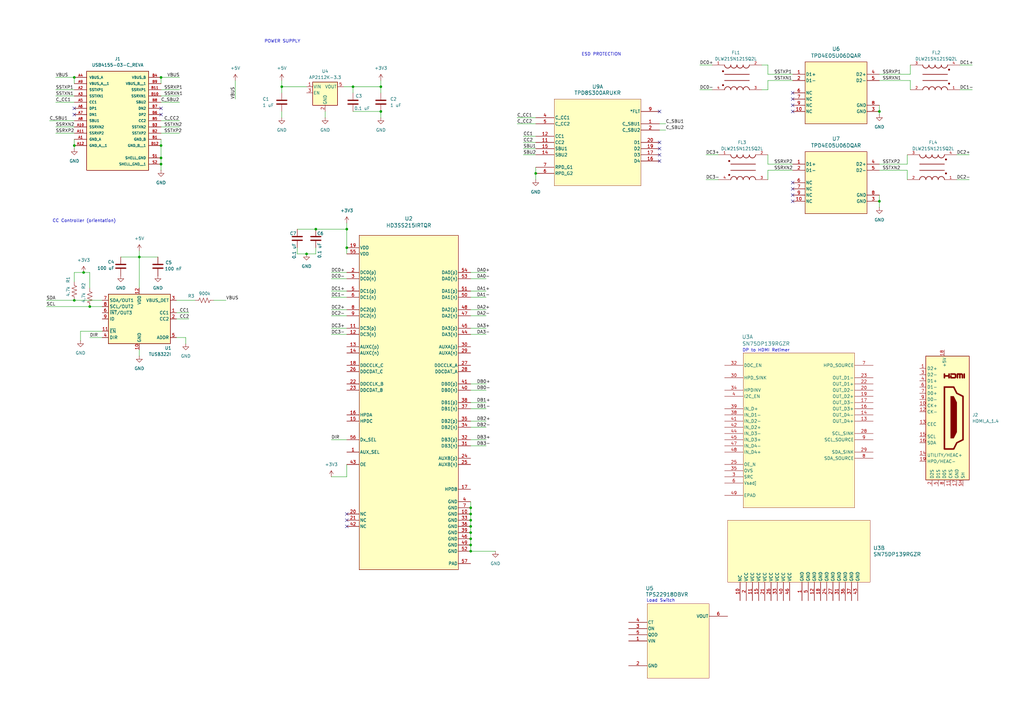
<source format=kicad_sch>
(kicad_sch (version 20250114) (generator "eeschema") (generator_version "9.0")
  (paper "A3")
  (title_block (title "Bifrost") (date "2025-05-17") (rev "0") (company "yashkarthik.com"))
  (lib_symbols
    (symbol "Connector:HDMI_A_1.4"
      (property "Reference" "J" (at -6.35 26.67 0))
      (property "Value" "HDMI_A_1.4" (at 10.16 26.67 0))
      (symbol "HDMI_A_1.4_0_0"
        (polyline (pts (xy 0 16.51) (xy 0 18.034) (xy 0 17.272) (xy 1.905 17.272) (xy 1.905 18.034) (xy 1.905 16.51)) (stroke (width 0.635)))
        (polyline (pts (xy 2.667 18.034) (xy 4.318 18.034) (xy 4.572 17.78) (xy 4.572 16.764) (xy 4.318 16.51) (xy 2.667 16.51) (xy 2.667 17.272)) (stroke (width 0.635)))
        (polyline (pts (xy 8.128 16.51) (xy 8.128 18.034)) (stroke (width 0.635)))
      )
      (symbol "HDMI_A_1.4_0_1"
        (rectangle (start -7.62 25.4) (end 10.16 -25.4) (stroke (width 0.254)) (fill (type background)))
        (polyline (pts (xy 0 12.7) (xy 0 -12.7) (xy 3.81 -12.7) (xy 5.08 -10.16) (xy 7.62 -8.89) (xy 7.62 8.89) (xy 5.08 10.16) (xy 3.81 12.7) (xy 0 12.7)) (stroke (width 0.635)))
        (polyline (pts (xy 2.54 8.89) (xy 3.81 8.89) (xy 5.08 6.35) (xy 5.08 -5.715) (xy 3.81 -8.255) (xy 2.54 -8.255) (xy 2.54 8.89)) (fill (type outline)))
        (polyline (pts (xy 5.334 16.51) (xy 5.334 18.034) (xy 6.35 18.034) (xy 6.35 16.51) (xy 6.35 18.034) (xy 7.112 18.034) (xy 7.366 17.78) (xy 7.366 16.51)) (stroke (width 0.635)))
      )
      (symbol "HDMI_A_1.4_1_1"
        (pin passive line (at -10.16 20.32 0) (length 2.54) (name "D2+") (number "1"))
        (pin passive line (at -10.16 17.78 0) (length 2.54) (name "D2-") (number "3"))
        (pin passive line (at -10.16 15.24 0) (length 2.54) (name "D1+") (number "4"))
        (pin passive line (at -10.16 12.7 0) (length 2.54) (name "D1-") (number "6"))
        (pin passive line (at -10.16 10.16 0) (length 2.54) (name "D0+") (number "7"))
        (pin passive line (at -10.16 7.62 0) (length 2.54) (name "D0-") (number "9"))
        (pin passive line (at -10.16 5.08 0) (length 2.54) (name "CK+") (number "10"))
        (pin passive line (at -10.16 2.54 0) (length 2.54) (name "CK-") (number "12"))
        (pin bidirectional line (at -10.16 -2.54 0) (length 2.54) (name "CEC") (number "13"))
        (pin passive line (at -10.16 -7.62 0) (length 2.54) (name "SCL") (number "15"))
        (pin bidirectional line (at -10.16 -10.16 0) (length 2.54) (name "SDA") (number "16"))
        (pin passive line (at -10.16 -15.24 0) (length 2.54) (name "UTILITY/HEAC+") (number "14"))
        (pin passive line (at -10.16 -17.78 0) (length 2.54) (name "HPD/HEAC-") (number "19"))
        (pin power_in line (at -5.08 -27.94 90) (length 2.54) (name "D2S") (number "2"))
        (pin power_in line (at -2.54 -27.94 90) (length 2.54) (name "D1S") (number "5"))
        (pin power_in line (at 0 27.94 270) (length 2.54) (name "+5V") (number "18"))
        (pin power_in line (at 0 -27.94 90) (length 2.54) (name "D0S") (number "8"))
        (pin power_in line (at 2.54 -27.94 90) (length 2.54) (name "CKS") (number "11"))
        (pin power_in line (at 5.08 -27.94 90) (length 2.54) (name "GND") (number "17"))
        (pin passive line (at 7.62 -27.94 90) (length 2.54) (name "SH") (number "SH"))
      )
    )
    (symbol "DLW21SN121SQ2L:DLW21SN121SQ2L" (pin_names (offset 1.016))
      (property "Reference" "FL" (at -5.08 6.35 0))
      (property "Value" "DLW21SN121SQ2L" (at -5.08 -6.35 0))
      (symbol "DLW21SN121SQ2L_0_0"
        (circle (center -5.715 2.54) (radius 0.2032) (stroke (width 0.4064)))
        (circle (center -5.715 -3.175) (radius 0.2032) (stroke (width 0.4064)))
        (polyline (pts (xy -5.08 -1.27) (xy 5.08 -1.27)) (stroke (width 0.254)))
        (arc (start -2.54 5.08) (mid -3.81 3.8155) (end -5.08 5.08) (stroke (width 0.254)))
        (arc (start -5.08 -5.08) (mid -3.81 -3.8155) (end -2.54 -5.08) (stroke (width 0.254)))
        (arc (start 0 5.08) (mid -1.27 3.8155) (end -2.54 5.08) (stroke (width 0.254)))
        (arc (start -2.54 -5.08) (mid -1.27 -3.8155) (end 0 -5.08) (stroke (width 0.254)))
        (arc (start 2.54 5.08) (mid 1.27 3.8155) (end 0 5.08) (stroke (width 0.254)))
        (arc (start 0 -5.08) (mid 1.27 -3.8155) (end 2.54 -5.08) (stroke (width 0.254)))
        (arc (start 5.08 5.08) (mid 3.81 3.8155) (end 2.54 5.08) (stroke (width 0.254)))
        (arc (start 2.54 -5.08) (mid 3.81 -3.8155) (end 5.08 -5.08) (stroke (width 0.254)))
        (polyline (pts (xy 5.08 1.27) (xy -5.08 1.27)) (stroke (width 0.254)))
        (pin passive line (at -10.16 5.08 0) (length 5.08) (name "~") (number "1"))
        (pin passive line (at -10.16 -5.08 0) (length 5.08) (name "~") (number "4"))
        (pin passive line (at 10.16 5.08 180) (length 5.08) (name "~") (number "2"))
        (pin passive line (at 10.16 -5.08 180) (length 5.08) (name "~") (number "3"))
      )
    )
    (symbol "Device:C" (pin_numbers (hide yes)) (pin_names (offset 0.254))
      (property "Reference" "C" (at 0.635 2.54 0))
      (property "Value" "C" (at 0.635 -2.54 0))
      (symbol "C_0_1"
        (polyline (pts (xy -2.032 0.762) (xy 2.032 0.762)) (stroke (width 0.508)))
        (polyline (pts (xy -2.032 -0.762) (xy 2.032 -0.762)) (stroke (width 0.508)))
      )
      (symbol "C_1_1"
        (pin passive line (at 0 3.81 270) (length 2.794) (name "~") (number "1"))
        (pin passive line (at 0 -3.81 90) (length 2.794) (name "~") (number "2"))
      )
    )
    (symbol "Device:R_US" (pin_numbers (hide yes)) (pin_names (offset 0))
      (property "Reference" "R" (at 2.54 0 90))
      (property "Value" "R_US" (at -2.54 0 90))
      (symbol "R_US_0_1"
        (polyline (pts (xy 0 2.286) (xy 0 2.54)))
        (polyline (pts (xy 0 2.286) (xy 1.016 1.905) (xy 0 1.524) (xy -1.016 1.143) (xy 0 0.762)))
        (polyline (pts (xy 0 0.762) (xy 1.016 0.381) (xy 0 0) (xy -1.016 -0.381) (xy 0 -0.762)))
        (polyline (pts (xy 0 -0.762) (xy 1.016 -1.143) (xy 0 -1.524) (xy -1.016 -1.905) (xy 0 -2.286)))
        (polyline (pts (xy 0 -2.286) (xy 0 -2.54)))
      )
      (symbol "R_US_1_1"
        (pin passive line (at 0 3.81 270) (length 1.27) (name "~") (number "1"))
        (pin passive line (at 0 -3.81 90) (length 1.27) (name "~") (number "2"))
      )
    )
    (symbol "HD3SS215IRTQR:HD3SS215IRTQR" (pin_names (offset 0.254))
      (property "Reference" "U" (at 0 2.54 0))
      (property "Value" "HD3SS215IRTQR" (at 0 0 0))
      (symbol "HD3SS215IRTQR_0_1"
        (rectangle (start -20.32 68.58) (end 20.32 -68.58) (stroke (width 0.2032)) (fill (type background)))
        (pin power_in line (at -25.4 63.5 0) (length 5.08) (name "VDD") (number "19"))
        (pin power_in line (at -25.4 60.96 0) (length 5.08) (name "VDD") (number "55"))
        (pin bidirectional line (at -25.4 53.34 0) (length 5.08) (name "DC0(p)") (number "2"))
        (pin bidirectional line (at -25.4 50.8 0) (length 5.08) (name "DC0(n)") (number "3"))
        (pin bidirectional line (at -25.4 45.72 0) (length 5.08) (name "DC1(p)") (number "5"))
        (pin bidirectional line (at -25.4 43.18 0) (length 5.08) (name "DC1(n)") (number "6"))
        (pin bidirectional line (at -25.4 38.1 0) (length 5.08) (name "DC2(p)") (number "8"))
        (pin bidirectional line (at -25.4 35.56 0) (length 5.08) (name "DC2(n)") (number "9"))
        (pin bidirectional line (at -25.4 30.48 0) (length 5.08) (name "DC3(p)") (number "11"))
        (pin bidirectional line (at -25.4 27.94 0) (length 5.08) (name "DC3(n)") (number "12"))
        (pin bidirectional line (at -25.4 22.86 0) (length 5.08) (name "AUXC(p)") (number "13"))
        (pin bidirectional line (at -25.4 20.32 0) (length 5.08) (name "AUXC(n)") (number "14"))
        (pin bidirectional line (at -25.4 15.24 0) (length 5.08) (name "DDCCLK_C") (number "18"))
        (pin bidirectional line (at -25.4 12.7 0) (length 5.08) (name "DDCDAT_C") (number "26"))
        (pin bidirectional line (at -25.4 7.62 0) (length 5.08) (name "DDCCLK_B") (number "22"))
        (pin bidirectional line (at -25.4 5.08 0) (length 5.08) (name "DDCDAT_B") (number "23"))
        (pin bidirectional line (at -25.4 -5.08 0) (length 5.08) (name "HPDA") (number "16"))
        (pin bidirectional line (at -25.4 -7.62 0) (length 5.08) (name "HPDC") (number "15"))
        (pin input line (at -25.4 -15.24 0) (length 5.08) (name "Dx_SEL") (number "56"))
        (pin input line (at -25.4 -20.32 0) (length 5.08) (name "AUX_SEL") (number "1"))
        (pin input line (at -25.4 -25.4 0) (length 5.08) (name "OE") (number "43"))
        (pin unspecified line (at -25.4 -45.72 0) (length 5.08) (name "NC") (number "20"))
        (pin unspecified line (at -25.4 -48.26 0) (length 5.08) (name "NC") (number "21"))
        (pin unspecified line (at -25.4 -50.8 0) (length 5.08) (name "NC") (number "42"))
        (pin bidirectional line (at 25.4 53.34 180) (length 5.08) (name "DA0(p)") (number "54"))
        (pin bidirectional line (at 25.4 50.8 180) (length 5.08) (name "DA0(n)") (number "53"))
        (pin bidirectional line (at 25.4 45.72 180) (length 5.08) (name "DA1(p)") (number "51"))
        (pin bidirectional line (at 25.4 43.18 180) (length 5.08) (name "DA1(n)") (number "50"))
        (pin bidirectional line (at 25.4 38.1 180) (length 5.08) (name "DA2(p)") (number "48"))
        (pin bidirectional line (at 25.4 35.56 180) (length 5.08) (name "DA2(n)") (number "47"))
        (pin bidirectional line (at 25.4 30.48 180) (length 5.08) (name "DA3(p)") (number "45"))
        (pin bidirectional line (at 25.4 27.94 180) (length 5.08) (name "DA3(n)") (number "44"))
        (pin bidirectional line (at 25.4 22.86 180) (length 5.08) (name "AUXA(p)") (number "30"))
        (pin bidirectional line (at 25.4 20.32 180) (length 5.08) (name "AUXA(n)") (number "29"))
        (pin bidirectional line (at 25.4 15.24 180) (length 5.08) (name "DDCCLK_A") (number "27"))
        (pin bidirectional line (at 25.4 12.7 180) (length 5.08) (name "DDCDAT_A") (number "28"))
        (pin bidirectional line (at 25.4 7.62 180) (length 5.08) (name "DB0(p)") (number "41"))
        (pin bidirectional line (at 25.4 5.08 180) (length 5.08) (name "DB0(n)") (number "40"))
        (pin bidirectional line (at 25.4 0 180) (length 5.08) (name "DB1(p)") (number "38"))
        (pin bidirectional line (at 25.4 -2.54 180) (length 5.08) (name "DB1(n)") (number "37"))
        (pin bidirectional line (at 25.4 -7.62 180) (length 5.08) (name "DB2(p)") (number "35"))
        (pin bidirectional line (at 25.4 -10.16 180) (length 5.08) (name "DB2(n)") (number "34"))
        (pin bidirectional line (at 25.4 -15.24 180) (length 5.08) (name "DB3(p)") (number "32"))
        (pin bidirectional line (at 25.4 -17.78 180) (length 5.08) (name "DB3(n)") (number "31"))
        (pin bidirectional line (at 25.4 -22.86 180) (length 5.08) (name "AUXB(p)") (number "24"))
        (pin bidirectional line (at 25.4 -25.4 180) (length 5.08) (name "AUXB(n)") (number "25"))
        (pin bidirectional line (at 25.4 -35.56 180) (length 5.08) (name "HPDB") (number "17"))
        (pin power_in line (at 25.4 -40.64 180) (length 5.08) (name "GND") (number "4"))
        (pin power_in line (at 25.4 -43.18 180) (length 5.08) (name "GND") (number "7"))
        (pin power_in line (at 25.4 -45.72 180) (length 5.08) (name "GND") (number "10"))
        (pin power_in line (at 25.4 -48.26 180) (length 5.08) (name "GND") (number "33"))
        (pin power_in line (at 25.4 -50.8 180) (length 5.08) (name "GND") (number "36"))
        (pin power_in line (at 25.4 -53.34 180) (length 5.08) (name "GND") (number "39"))
        (pin power_in line (at 25.4 -55.88 180) (length 5.08) (name "GND") (number "46"))
        (pin power_in line (at 25.4 -58.42 180) (length 5.08) (name "GND") (number "49"))
        (pin power_in line (at 25.4 -60.96 180) (length 5.08) (name "GND") (number "52"))
        (pin power_in line (at 25.4 -66.04 180) (length 5.08) (name "PAD") (number "57"))
      )
    )
    (symbol "Interface_USB:TUSB322I"
      (property "Reference" "U" (at -11.43 11.43 0))
      (property "Value" "TUSB322I" (at 7.62 11.43 0))
      (symbol "TUSB322I_1_1"
        (rectangle (start -12.7 10.16) (end 12.7 -10.16) (stroke (width 0.254)) (fill (type background)))
        (pin bidirectional line (at -15.24 7.62 0) (length 2.54) (name "SDA/OUT1") (number "7"))
        (pin bidirectional line (at -15.24 5.08 0) (length 2.54) (name "SCL/OUT2") (number "8"))
        (pin open_collector line (at -15.24 2.54 0) (length 2.54) (name "~{INT}/OUT3") (number "6"))
        (pin open_collector line (at -15.24 0 0) (length 2.54) (name "ID") (number "9"))
        (pin input line (at -15.24 -5.08 0) (length 2.54) (name "~{EN}") (number "11"))
        (pin open_collector line (at -15.24 -7.62 0) (length 2.54) (name "DIR") (number "4"))
        (pin power_in line (at 0 12.7 270) (length 2.54) (name "VDD") (number "12"))
        (pin power_in line (at 0 -12.7 90) (length 2.54) (name "GND") (number "10"))
        (pin input line (at 15.24 7.62 180) (length 2.54) (name "VBUS_DET") (number "3"))
        (pin bidirectional line (at 15.24 2.54 180) (length 2.54) (name "CC1") (number "1"))
        (pin bidirectional line (at 15.24 0 180) (length 2.54) (name "CC2") (number "2"))
        (pin input line (at 15.24 -7.62 180) (length 2.54) (name "ADDR") (number "5"))
      )
    )
    (symbol "Regulator_Linear:AP2112K-3.3" (pin_names (offset 0.254))
      (property "Reference" "U" (at -5.08 5.715 0))
      (property "Value" "AP2112K-3.3" (at 0 5.715 0))
      (symbol "AP2112K-3.3_0_1"
        (rectangle (start -5.08 4.445) (end 5.08 -5.08) (stroke (width 0.254)) (fill (type background)))
      )
      (symbol "AP2112K-3.3_1_1"
        (pin power_in line (at -7.62 2.54 0) (length 2.54) (name "VIN") (number "1"))
        (pin input line (at -7.62 0 0) (length 2.54) (name "EN") (number "3"))
        (pin power_in line (at 0 -7.62 90) (length 2.54) (name "GND") (number "2"))
        (pin no_connect line (at 5.08 0 180) (length 2.54) (hide yes) (name "NC") (number "4"))
        (pin power_out line (at 7.62 2.54 180) (length 2.54) (name "VOUT") (number "5"))
      )
    )
    (symbol "SN75DP139RGZR:SN75DP139RGZR" (pin_names (offset 0.254))
      (property "Reference" "U" (at 30.48 10.16 0))
      (property "Value" "SN75DP139RGZR" (at 30.48 7.62 0))
      (symbol "SN75DP139RGZR_1_1"
        (rectangle (start 7.62 5.08) (end 53.34 -58.42) (stroke (width 0.127)) (fill (type background)))
        (pin input line (at 0 0 0) (length 7.62) (name "DDC_EN") (number "32"))
        (pin input line (at 0 -5.08 0) (length 7.62) (name "HPD_SINK") (number "30"))
        (pin input line (at 0 -10.16 0) (length 7.62) (name "HPDINV") (number "34"))
        (pin input line (at 0 -12.7 0) (length 7.62) (name "I2C_EN") (number "4"))
        (pin input line (at 0 -17.78 0) (length 7.62) (name "IN_D+") (number "39"))
        (pin input line (at 0 -20.32 0) (length 7.62) (name "IN_D1-") (number "38"))
        (pin input line (at 0 -22.86 0) (length 7.62) (name "IN_D2-") (number "41"))
        (pin input line (at 0 -25.4 0) (length 7.62) (name "IN_D2+") (number "42"))
        (pin input line (at 0 -27.94 0) (length 7.62) (name "IN_D3-") (number "44"))
        (pin input line (at 0 -30.48 0) (length 7.62) (name "IN_D3+") (number "45"))
        (pin input line (at 0 -33.02 0) (length 7.62) (name "IN_D4-") (number "47"))
        (pin input line (at 0 -35.56 0) (length 7.62) (name "IN_D4+") (number "48"))
        (pin input line (at 0 -40.64 0) (length 7.62) (name "OE_N") (number "25"))
        (pin input line (at 0 -43.18 0) (length 7.62) (name "OVS") (number "35"))
        (pin input line (at 0 -45.72 0) (length 7.62) (name "SRC") (number "3"))
        (pin input line (at 0 -48.26 0) (length 7.62) (name "Vsadj") (number "6"))
        (pin unspecified line (at 0 -53.34 0) (length 7.62) (name "EPAD") (number "49"))
        (pin output line (at 60.96 0 180) (length 7.62) (name "HPD_SOURCE") (number "7"))
        (pin output line (at 60.96 -5.08 180) (length 7.62) (name "OUT_D1-") (number "23"))
        (pin output line (at 60.96 -7.62 180) (length 7.62) (name "OUT_D1+") (number "22"))
        (pin output line (at 60.96 -10.16 180) (length 7.62) (name "OUT_D2-") (number "20"))
        (pin output line (at 60.96 -12.7 180) (length 7.62) (name "OUT_D2+") (number "19"))
        (pin output line (at 60.96 -15.24 180) (length 7.62) (name "OUT_D3-") (number "17"))
        (pin output line (at 60.96 -17.78 180) (length 7.62) (name "OUT_D3+") (number "16"))
        (pin output line (at 60.96 -20.32 180) (length 7.62) (name "OUT_D4-") (number "14"))
        (pin output line (at 60.96 -22.86 180) (length 7.62) (name "OUT_D4+") (number "13"))
        (pin unspecified line (at 60.96 -27.94 180) (length 7.62) (name "SCL_SINK") (number "28"))
        (pin unspecified line (at 60.96 -30.48 180) (length 7.62) (name "SCL_SOURCE") (number "9"))
        (pin unspecified line (at 60.96 -35.56 180) (length 7.62) (name "SDA_SINK") (number "29"))
        (pin unspecified line (at 60.96 -38.1 180) (length 7.62) (name "SDA_SOURCE") (number "8"))
      )
      (symbol "SN75DP139RGZR_2_1"
        (rectangle (start 7.62 5.08) (end 33.02 -53.34) (stroke (width 0.127)) (fill (type background)))
        (pin unspecified line (at 0 0 0) (length 7.62) (name "NC") (number "10"))
        (pin power_in line (at 0 -2.54 0) (length 7.62) (name "VCC") (number "2"))
        (pin power_in line (at 0 -5.08 0) (length 7.62) (name "VCC") (number "11"))
        (pin power_in line (at 0 -7.62 0) (length 7.62) (name "VCC") (number "15"))
        (pin power_in line (at 0 -10.16 0) (length 7.62) (name "VCC") (number "21"))
        (pin power_in line (at 0 -12.7 0) (length 7.62) (name "VCC") (number "26"))
        (pin power_in line (at 0 -15.24 0) (length 7.62) (name "VCC") (number "33"))
        (pin power_in line (at 0 -17.78 0) (length 7.62) (name "VCC") (number "40"))
        (pin power_in line (at 0 -20.32 0) (length 7.62) (name "VCC") (number "46"))
        (pin power_in line (at 0 -25.4 0) (length 7.62) (name "GND") (number "1"))
        (pin power_in line (at 0 -27.94 0) (length 7.62) (name "GND") (number "5"))
        (pin power_in line (at 0 -30.48 0) (length 7.62) (name "GND") (number "12"))
        (pin power_in line (at 0 -33.02 0) (length 7.62) (name "GND") (number "18"))
        (pin power_in line (at 0 -35.56 0) (length 7.62) (name "GND") (number "24"))
        (pin power_in line (at 0 -38.1 0) (length 7.62) (name "GND") (number "27"))
        (pin power_in line (at 0 -40.64 0) (length 7.62) (name "GND") (number "31"))
        (pin power_in line (at 0 -43.18 0) (length 7.62) (name "GND") (number "36"))
        (pin power_in line (at 0 -45.72 0) (length 7.62) (name "GND") (number "37"))
        (pin power_in line (at 0 -48.26 0) (length 7.62) (name "GND") (number "43"))
      )
    )
    (symbol "TPD4E05U06DQAR:TPD4E05U06DQAR" (pin_names (offset 0.254))
      (property "Reference" "U" (at 0 2.54 0))
      (property "Value" "TPD4E05U06DQAR" (at 0 0 0))
      (symbol "TPD4E05U06DQAR_0_1"
        (rectangle (start -12.7 12.7) (end 12.7 -12.7) (stroke (width 0.2032)) (fill (type background)))
        (pin bidirectional line (at -17.78 7.62 0) (length 5.08) (name "D1+") (number "1"))
        (pin bidirectional line (at -17.78 5.08 0) (length 5.08) (name "D1-") (number "2"))
        (pin unspecified line (at -17.78 0 0) (length 5.08) (name "NC") (number "6"))
        (pin unspecified line (at -17.78 -2.54 0) (length 5.08) (name "NC") (number "7"))
        (pin unspecified line (at -17.78 -5.08 0) (length 5.08) (name "NC") (number "9"))
        (pin unspecified line (at -17.78 -7.62 0) (length 5.08) (name "NC") (number "10"))
        (pin bidirectional line (at 17.78 7.62 180) (length 5.08) (name "D2+") (number "4"))
        (pin bidirectional line (at 17.78 5.08 180) (length 5.08) (name "D2-") (number "5"))
        (pin power_in line (at 17.78 -5.08 180) (length 5.08) (name "GND") (number "8"))
        (pin power_in line (at 17.78 -7.62 180) (length 5.08) (name "GND") (number "3"))
      )
    )
    (symbol "TPD8S300ARUKR:TPD8S300ARUKR" (pin_names (offset 0.254))
      (property "Reference" "U" (at 25.4 12.7 0))
      (property "Value" "TPD8S300ARUKR" (at 25.4 10.16 0))
      (symbol "TPD8S300ARUKR_1_1"
        (rectangle (start 7.62 7.62) (end 43.18 -27.94) (stroke (width 0.127)) (fill (type background)))
        (pin bidirectional line (at 0 0 0) (length 7.62) (name "C_CC1") (number "4"))
        (pin bidirectional line (at 0 -2.54 0) (length 7.62) (name "C_CC2") (number "5"))
        (pin bidirectional line (at 0 -7.62 0) (length 7.62) (name "CC1") (number "12"))
        (pin bidirectional line (at 0 -10.16 0) (length 7.62) (name "CC2") (number "11"))
        (pin bidirectional line (at 0 -12.7 0) (length 7.62) (name "SBU1") (number "15"))
        (pin bidirectional line (at 0 -15.24 0) (length 7.62) (name "SBU2") (number "14"))
        (pin bidirectional line (at 0 -20.32 0) (length 7.62) (name "RPD_G1") (number "7"))
        (pin bidirectional line (at 0 -22.86 0) (length 7.62) (name "RPD_G2") (number "6"))
        (pin output line (at 50.8 2.54 180) (length 7.62) (name "*FLT") (number "9"))
        (pin bidirectional line (at 50.8 -2.54 180) (length 7.62) (name "C_SBU1") (number "1"))
        (pin bidirectional line (at 50.8 -5.08 180) (length 7.62) (name "C_SBU2") (number "2"))
        (pin bidirectional line (at 50.8 -10.16 180) (length 7.62) (name "D1") (number "20"))
        (pin bidirectional line (at 50.8 -12.7 180) (length 7.62) (name "D2") (number "19"))
        (pin bidirectional line (at 50.8 -15.24 180) (length 7.62) (name "D3") (number "17"))
        (pin bidirectional line (at 50.8 -17.78 180) (length 7.62) (name "D4") (number "16"))
      )
      (symbol "TPD8S300ARUKR_2_1"
        (polyline (pts (xy 7.62 5.08) (xy 7.62 -20.32)) (stroke (width 0.127)))
        (polyline (pts (xy 7.62 -20.32) (xy 33.02 -20.32)) (stroke (width 0.127)))
        (polyline (pts (xy 33.02 5.08) (xy 7.62 5.08)) (stroke (width 0.127)))
        (polyline (pts (xy 33.02 -20.32) (xy 33.02 5.08)) (stroke (width 0.127)))
        (pin power_in line (at 0 0 0) (length 7.62) (name "VBIAS") (number "3"))
        (pin power_in line (at 0 -2.54 0) (length 7.62) (name "VPWR") (number "10"))
        (pin power_out line (at 0 -7.62 0) (length 7.62) (name "GND") (number "8"))
        (pin power_out line (at 0 -10.16 0) (length 7.62) (name "GND") (number "13"))
        (pin power_out line (at 0 -12.7 0) (length 7.62) (name "GND") (number "18"))
        (pin power_out line (at 0 -15.24 0) (length 7.62) (name "GND") (number "21"))
      )
    )
    (symbol "TPS22918DBVR:TPS22918DBVR" (pin_names (offset 0.254))
      (property "Reference" "U" (at 20.32 12.7 0))
      (property "Value" "TPS22918DBVR" (at 20.32 10.16 0))
      (symbol "TPS22918DBVR_0_1"
        (rectangle (start 7.62 7.62) (end 33.02 -22.86) (stroke (width 0.127)) (fill (type background)))
        (pin unspecified line (at 0 0 0) (length 7.62) (name "CT") (number "4"))
        (pin unspecified line (at 0 -2.54 0) (length 7.62) (name "ON") (number "3"))
        (pin unspecified line (at 0 -5.08 0) (length 7.62) (name "QOD") (number "5"))
        (pin unspecified line (at 0 -7.62 0) (length 7.62) (name "VIN") (number "1"))
        (pin power_out line (at 0 -17.78 0) (length 7.62) (name "GND") (number "2"))
        (pin output line (at 40.64 2.54 180) (length 7.62) (name "VOUT") (number "6"))
      )
    )
    (symbol "USB-3-C-MALE:USB4155-03-C_REVA" (pin_names (offset 1.016))
      (property "Reference" "J" (at -12.7 16.002 0))
      (property "Value" "USB4155-03-C_REVA" (at -12.7 -26.162 0))
      (symbol "USB4155-03-C_REVA_0_0"
        (rectangle (start -12.7 -25.4) (end 12.7 15.24) (stroke (width 0.254)) (fill (type background)))
        (pin power_in line (at -17.78 12.7 0) (length 5.08) (name "VBUS_A") (number "A4"))
        (pin power_in line (at -17.78 10.16 0) (length 5.08) (name "VBUS_A__1") (number "A9"))
        (pin bidirectional line (at -17.78 7.62 0) (length 5.08) (name "SSTXP1") (number "A2"))
        (pin bidirectional line (at -17.78 5.08 0) (length 5.08) (name "SSTXN1") (number "A3"))
        (pin bidirectional line (at -17.78 2.54 0) (length 5.08) (name "CC1") (number "A5"))
        (pin bidirectional line (at -17.78 0 0) (length 5.08) (name "DP1") (number "A6"))
        (pin bidirectional line (at -17.78 -2.54 0) (length 5.08) (name "DN1") (number "A7"))
        (pin bidirectional line (at -17.78 -5.08 0) (length 5.08) (name "SBU1") (number "A8"))
        (pin bidirectional line (at -17.78 -7.62 0) (length 5.08) (name "SSRXN2") (number "A10"))
        (pin bidirectional line (at -17.78 -10.16 0) (length 5.08) (name "SSRXP2") (number "A11"))
        (pin power_in line (at -17.78 -12.7 0) (length 5.08) (name "GND_A") (number "A1"))
        (pin power_in line (at -17.78 -15.24 0) (length 5.08) (name "GND_A__1") (number "A12"))
        (pin power_in line (at 17.78 12.7 180) (length 5.08) (name "VBUS_B") (number "B4"))
        (pin power_in line (at 17.78 10.16 180) (length 5.08) (name "VBUS_B__1") (number "B9"))
        (pin bidirectional line (at 17.78 7.62 180) (length 5.08) (name "SSRXP1") (number "B11"))
        (pin bidirectional line (at 17.78 5.08 180) (length 5.08) (name "SSRXN1") (number "B10"))
        (pin bidirectional line (at 17.78 2.54 180) (length 5.08) (name "SBU2") (number "B8"))
        (pin bidirectional line (at 17.78 0 180) (length 5.08) (name "DN2") (number "B7"))
        (pin bidirectional line (at 17.78 -2.54 180) (length 5.08) (name "DP2") (number "B6"))
        (pin bidirectional line (at 17.78 -5.08 180) (length 5.08) (name "CC2") (number "B5"))
        (pin bidirectional line (at 17.78 -7.62 180) (length 5.08) (name "SSTXN2") (number "B3"))
        (pin bidirectional line (at 17.78 -10.16 180) (length 5.08) (name "SSTXP2") (number "B2"))
        (pin power_in line (at 17.78 -12.7 180) (length 5.08) (name "GND_B") (number "B1"))
        (pin power_in line (at 17.78 -15.24 180) (length 5.08) (name "GND_B__1") (number "B12"))
        (pin power_in line (at 17.78 -20.32 180) (length 5.08) (name "SHELL_GND") (number "S1"))
        (pin power_in line (at 17.78 -22.86 180) (length 5.08) (name "SHELL_GND__1") (number "S2"))
      )
    )
    (symbol "power:+3V3" (power) (pin_numbers (hide yes)) (pin_names (offset 0) (hide yes))
      (property "Value" "+3V3" (at 0 3.556 0))
      (symbol "+3V3_0_1"
        (polyline (pts (xy -0.762 1.27) (xy 0 2.54)))
        (polyline (pts (xy 0 2.54) (xy 0.762 1.27)))
        (polyline (pts (xy 0 0) (xy 0 2.54)))
      )
      (symbol "+3V3_1_1"
        (pin power_in line (at 0 0 90) (length 0) (name "~") (number "1"))
      )
    )
    (symbol "power:+5V" (power) (pin_numbers (hide yes)) (pin_names (offset 0) (hide yes))
      (property "Value" "+5V" (at 0 3.556 0))
      (symbol "+5V_0_1"
        (polyline (pts (xy -0.762 1.27) (xy 0 2.54)))
        (polyline (pts (xy 0 2.54) (xy 0.762 1.27)))
        (polyline (pts (xy 0 0) (xy 0 2.54)))
      )
      (symbol "+5V_1_1"
        (pin power_in line (at 0 0 90) (length 0) (name "~") (number "1"))
      )
    )
    (symbol "power:GND" (power) (pin_numbers (hide yes)) (pin_names (offset 0) (hide yes))
      (property "Value" "GND" (at 0 -3.81 0))
      (symbol "GND_0_1"
        (polyline (pts (xy 0 0) (xy 0 -1.27) (xy 1.27 -1.27) (xy 0 -2.54) (xy -1.27 -1.27) (xy 0 -1.27)))
      )
      (symbol "GND_1_1"
        (pin power_in line (at 0 0 270) (length 0) (name "~") (number "1"))
      )
    )
  )
  (text "Load Switch" (at 271.018 246.38 0) (effects (font (size 1.27 1.27))))
  (text "CC Controller (orientation)" (at 34.544 90.678 0) (effects (font (size 1.27 1.27))))
  (text "ESD PROTECTION" (at 246.634 22.352 0) (effects (font (size 1.27 1.27))))
  (text "DP to HDMI Retimer" (at 314.198 143.764 0) (effects (font (size 1.27 1.27))))
  (text "POWER SUPPLY" (at 115.824 17.018 0) (effects (font (size 1.27 1.27))))
  (junction (at 57.15 105.41))
  (junction (at 193.04 213.36))
  (junction (at 66.04 67.31))
  (junction (at 36.83 125.73))
  (junction (at 115.57 35.56))
  (junction (at 66.04 31.75))
  (junction (at 129.54 93.98))
  (junction (at 144.78 35.56))
  (junction (at 219.71 71.12))
  (junction (at 193.04 218.44))
  (junction (at 193.04 226.06))
  (junction (at 142.24 93.98))
  (junction (at 30.48 123.19))
  (junction (at 156.21 35.56))
  (junction (at 193.04 215.9))
  (junction (at 193.04 208.28))
  (junction (at 30.48 31.75))
  (junction (at 66.04 64.77))
  (junction (at 34.29 111.76))
  (junction (at 30.48 59.69))
  (junction (at 193.04 220.98))
  (junction (at 360.68 82.55))
  (junction (at 360.68 45.72))
  (junction (at 66.04 59.69))
  (junction (at 193.04 223.52))
  (junction (at 142.24 101.6))
  (junction (at 125.73 104.14))
  (junction (at 193.04 210.82))
  (junction (at 156.21 45.72))
  (no_connect (at 325.12 45.72))
  (no_connect (at 270.51 63.5))
  (no_connect (at 270.51 60.96))
  (no_connect (at 325.12 80.01))
  (no_connect (at 142.24 213.36))
  (no_connect (at 325.12 77.47))
  (no_connect (at 325.12 43.18))
  (no_connect (at 30.48 44.45))
  (no_connect (at 142.24 210.82))
  (no_connect (at 325.12 74.93))
  (no_connect (at 270.51 66.04))
  (no_connect (at 270.51 45.72))
  (no_connect (at 325.12 38.1))
  (no_connect (at 325.12 40.64))
  (no_connect (at 66.04 44.45))
  (no_connect (at 270.51 58.42))
  (no_connect (at 30.48 46.99))
  (no_connect (at 66.04 46.99))
  (no_connect (at 142.24 215.9))
  (no_connect (at 325.12 82.55))
  (wire (pts (xy 66.04 54.61) (xy 73.66 54.61)))
  (wire (pts (xy 30.48 31.75) (xy 30.48 34.29)))
  (wire (pts (xy 22.86 31.75) (xy 30.48 31.75)))
  (wire (pts (xy 193.04 175.26) (xy 199.39 175.26)))
  (wire (pts (xy 314.96 67.31) (xy 325.12 67.31)))
  (wire (pts (xy 30.48 111.76) (xy 34.29 111.76)))
  (wire (pts (xy 393.7 26.67) (xy 398.78 26.67)))
  (wire (pts (xy 22.86 36.83) (xy 30.48 36.83)))
  (wire (pts (xy 121.92 104.14) (xy 125.73 104.14)))
  (wire (pts (xy 66.04 41.91) (xy 73.66 41.91)))
  (wire (pts (xy 96.52 33.02) (xy 96.52 40.64)))
  (wire (pts (xy 142.24 93.98) (xy 142.24 101.6)))
  (wire (pts (xy 193.04 213.36) (xy 193.04 215.9)))
  (wire (pts (xy 193.04 220.98) (xy 193.04 223.52)))
  (wire (pts (xy 312.42 36.83) (xy 314.96 36.83)))
  (wire (pts (xy 193.04 218.44) (xy 193.04 220.98)))
  (wire (pts (xy 360.68 82.55) (xy 360.68 85.09)))
  (wire (pts (xy 22.86 39.37) (xy 30.48 39.37)))
  (wire (pts (xy 66.04 57.15) (xy 66.04 59.69)))
  (wire (pts (xy 22.86 52.07) (xy 30.48 52.07)))
  (wire (pts (xy 66.04 64.77) (xy 66.04 67.31)))
  (wire (pts (xy 360.68 33.02) (xy 373.38 33.02)))
  (wire (pts (xy 193.04 215.9) (xy 193.04 218.44)))
  (wire (pts (xy 287.02 26.67) (xy 292.1 26.67)))
  (wire (pts (xy 72.39 138.43) (xy 76.2 138.43)))
  (wire (pts (xy 115.57 35.56) (xy 115.57 38.1)))
  (wire (pts (xy 66.04 39.37) (xy 73.66 39.37)))
  (wire (pts (xy 135.89 121.92) (xy 142.24 121.92)))
  (wire (pts (xy 193.04 129.54) (xy 199.39 129.54)))
  (wire (pts (xy 66.04 67.31) (xy 66.04 69.85)))
  (wire (pts (xy 392.43 73.66) (xy 397.51 73.66)))
  (wire (pts (xy 392.43 63.5) (xy 397.51 63.5)))
  (wire (pts (xy 314.96 69.85) (xy 325.12 69.85)))
  (wire (pts (xy 156.21 45.72) (xy 156.21 48.26)))
  (wire (pts (xy 66.04 31.75) (xy 66.04 34.29)))
  (wire (pts (xy 72.39 123.19) (xy 80.01 123.19)))
  (wire (pts (xy 193.04 182.88) (xy 199.39 182.88)))
  (wire (pts (xy 66.04 31.75) (xy 73.66 31.75)))
  (wire (pts (xy 219.71 71.12) (xy 219.71 73.66)))
  (wire (pts (xy 156.21 35.56) (xy 156.21 38.1)))
  (wire (pts (xy 30.48 57.15) (xy 30.48 59.69)))
  (wire (pts (xy 193.04 180.34) (xy 199.39 180.34)))
  (wire (pts (xy 72.39 128.27) (xy 77.47 128.27)))
  (wire (pts (xy 193.04 119.38) (xy 199.39 119.38)))
  (wire (pts (xy 193.04 134.62) (xy 199.39 134.62)))
  (wire (pts (xy 193.04 208.28) (xy 193.04 210.82)))
  (wire (pts (xy 142.24 195.58) (xy 142.24 190.5)))
  (wire (pts (xy 372.11 73.66) (xy 372.11 69.85)))
  (wire (pts (xy 49.53 105.41) (xy 57.15 105.41)))
  (wire (pts (xy 129.54 93.98) (xy 142.24 93.98)))
  (wire (pts (xy 135.89 137.16) (xy 142.24 137.16)))
  (wire (pts (xy 314.96 63.5) (xy 314.96 67.31)))
  (wire (pts (xy 142.24 91.44) (xy 142.24 93.98)))
  (wire (pts (xy 193.04 111.76) (xy 199.39 111.76)))
  (wire (pts (xy 140.97 35.56) (xy 144.78 35.56)))
  (wire (pts (xy 133.35 45.72) (xy 133.35 48.26)))
  (wire (pts (xy 193.04 205.74) (xy 193.04 208.28)))
  (wire (pts (xy 214.63 55.88) (xy 219.71 55.88)))
  (wire (pts (xy 129.54 104.14) (xy 125.73 104.14)))
  (wire (pts (xy 314.96 26.67) (xy 314.96 30.48)))
  (wire (pts (xy 66.04 52.07) (xy 73.66 52.07)))
  (wire (pts (xy 193.04 165.1) (xy 199.39 165.1)))
  (wire (pts (xy 193.04 127) (xy 199.39 127)))
  (wire (pts (xy 314.96 36.83) (xy 314.96 33.02)))
  (wire (pts (xy 33.02 135.89) (xy 33.02 139.7)))
  (wire (pts (xy 287.02 36.83) (xy 292.1 36.83)))
  (wire (pts (xy 66.04 59.69) (xy 66.04 64.77)))
  (wire (pts (xy 312.42 26.67) (xy 314.96 26.67)))
  (wire (pts (xy 193.04 160.02) (xy 199.39 160.02)))
  (wire (pts (xy 66.04 36.83) (xy 73.66 36.83)))
  (wire (pts (xy 19.05 123.19) (xy 30.48 123.19)))
  (wire (pts (xy 135.89 195.58) (xy 142.24 195.58)))
  (wire (pts (xy 212.09 50.8) (xy 219.71 50.8)))
  (wire (pts (xy 57.15 143.51) (xy 57.15 146.05)))
  (wire (pts (xy 289.56 63.5) (xy 294.64 63.5)))
  (wire (pts (xy 270.51 50.8) (xy 273.05 50.8)))
  (wire (pts (xy 34.29 111.76) (xy 36.83 111.76)))
  (wire (pts (xy 314.96 73.66) (xy 314.96 69.85)))
  (wire (pts (xy 135.89 127) (xy 142.24 127)))
  (wire (pts (xy 129.54 101.6) (xy 129.54 104.14)))
  (wire (pts (xy 72.39 130.81) (xy 77.47 130.81)))
  (wire (pts (xy 360.68 43.18) (xy 360.68 45.72)))
  (wire (pts (xy 193.04 157.48) (xy 199.39 157.48)))
  (wire (pts (xy 193.04 114.3) (xy 199.39 114.3)))
  (wire (pts (xy 115.57 33.02) (xy 115.57 35.56)))
  (wire (pts (xy 36.83 138.43) (xy 41.91 138.43)))
  (wire (pts (xy 360.68 69.85) (xy 372.11 69.85)))
  (wire (pts (xy 87.63 123.19) (xy 92.71 123.19)))
  (wire (pts (xy 144.78 35.56) (xy 144.78 38.1)))
  (wire (pts (xy 212.09 48.26) (xy 219.71 48.26)))
  (wire (pts (xy 135.89 119.38) (xy 142.24 119.38)))
  (wire (pts (xy 360.68 30.48) (xy 373.38 30.48)))
  (wire (pts (xy 135.89 111.76) (xy 142.24 111.76)))
  (wire (pts (xy 144.78 45.72) (xy 156.21 45.72)))
  (wire (pts (xy 270.51 53.34) (xy 273.05 53.34)))
  (wire (pts (xy 360.68 80.01) (xy 360.68 82.55)))
  (wire (pts (xy 19.05 125.73) (xy 36.83 125.73)))
  (wire (pts (xy 193.04 121.92) (xy 199.39 121.92)))
  (wire (pts (xy 193.04 223.52) (xy 193.04 226.06)))
  (wire (pts (xy 214.63 58.42) (xy 219.71 58.42)))
  (wire (pts (xy 57.15 105.41) (xy 64.77 105.41)))
  (wire (pts (xy 135.89 134.62) (xy 142.24 134.62)))
  (wire (pts (xy 156.21 33.02) (xy 156.21 35.56)))
  (wire (pts (xy 36.83 125.73) (xy 41.91 125.73)))
  (wire (pts (xy 142.24 101.6) (xy 142.24 104.14)))
  (wire (pts (xy 41.91 135.89) (xy 33.02 135.89)))
  (wire (pts (xy 373.38 30.48) (xy 373.38 26.67)))
  (wire (pts (xy 76.2 138.43) (xy 76.2 140.97)))
  (wire (pts (xy 193.04 210.82) (xy 193.04 213.36)))
  (wire (pts (xy 30.48 59.69) (xy 30.48 60.96)))
  (wire (pts (xy 193.04 137.16) (xy 199.39 137.16)))
  (wire (pts (xy 193.04 167.64) (xy 199.39 167.64)))
  (wire (pts (xy 372.11 63.5) (xy 372.11 67.31)))
  (wire (pts (xy 22.86 54.61) (xy 30.48 54.61)))
  (wire (pts (xy 135.89 114.3) (xy 142.24 114.3)))
  (wire (pts (xy 373.38 33.02) (xy 373.38 36.83)))
  (wire (pts (xy 219.71 68.58) (xy 219.71 71.12)))
  (wire (pts (xy 314.96 30.48) (xy 325.12 30.48)))
  (wire (pts (xy 193.04 172.72) (xy 199.39 172.72)))
  (wire (pts (xy 30.48 115.57) (xy 30.48 111.76)))
  (wire (pts (xy 121.92 93.98) (xy 129.54 93.98)))
  (wire (pts (xy 289.56 73.66) (xy 294.64 73.66)))
  (wire (pts (xy 214.63 63.5) (xy 219.71 63.5)))
  (wire (pts (xy 135.89 129.54) (xy 142.24 129.54)))
  (wire (pts (xy 57.15 105.41) (xy 57.15 118.11)))
  (wire (pts (xy 20.32 49.53) (xy 30.48 49.53)))
  (wire (pts (xy 144.78 35.56) (xy 156.21 35.56)))
  (wire (pts (xy 57.15 105.41) (xy 57.15 102.87)))
  (wire (pts (xy 393.7 36.83) (xy 398.78 36.83)))
  (wire (pts (xy 360.68 45.72) (xy 360.68 46.99)))
  (wire (pts (xy 121.92 101.6) (xy 121.92 104.14)))
  (wire (pts (xy 22.86 41.91) (xy 30.48 41.91)))
  (wire (pts (xy 66.04 49.53) (xy 73.66 49.53)))
  (wire (pts (xy 36.83 111.76) (xy 36.83 118.11)))
  (wire (pts (xy 115.57 35.56) (xy 125.73 35.56)))
  (wire (pts (xy 30.48 123.19) (xy 41.91 123.19)))
  (wire (pts (xy 314.96 33.02) (xy 325.12 33.02)))
  (wire (pts (xy 214.63 60.96) (xy 219.71 60.96)))
  (wire (pts (xy 115.57 45.72) (xy 115.57 48.26)))
  (wire (pts (xy 360.68 67.31) (xy 372.11 67.31)))
  (wire (pts (xy 193.04 226.06) (xy 203.2 226.06)))
  (wire (pts (xy 135.89 180.34) (xy 142.24 180.34)))
  (label "DA2+" (at 195.58 127 0))
  (label "CC1" (at 73.66 128.27 0))
  (label "DC0-" (at 135.89 114.3 0))
  (label "SCL" (at 19.05 125.73 0))
  (label "SSTXP2" (at 361.95 67.31 0))
  (label "CC1" (at 214.63 55.88 0))
  (label "VBUS" (at 92.71 123.19 0))
  (label "DC1-" (at 393.7 36.83 0))
  (label "SSRXN2" (at 22.86 52.07 0))
  (label "DC2-" (at 135.89 129.54 0))
  (label "DB0-" (at 195.58 160.02 0))
  (label "DC1-" (at 135.89 121.92 0))
  (label "SSRXP1" (at 361.95 30.48 0))
  (label "DB1+" (at 195.58 165.1 0))
  (label "SSRXP1" (at 67.31 36.83 0))
  (label "C_CC1" (at 212.09 48.26 0))
  (label "SDA" (at 19.05 123.19 0))
  (label "C_SBU1" (at 273.05 50.8 0))
  (label "SSTXP2" (at 67.31 54.61 0))
  (label "DC0+" (at 135.89 111.76 0))
  (label "DC1+" (at 393.7 26.67 0))
  (label "C_SBU2" (at 273.05 53.34 0))
  (label "SSTXP1" (at 22.86 36.83 0))
  (label "SSRXN2" (at 317.5 69.85 0))
  (label "DC0+" (at 287.02 26.67 0))
  (label "DC2-" (at 392.43 73.66 0))
  (label "DB2-" (at 195.58 175.26 0))
  (label "DB1-" (at 195.58 167.64 0))
  (label "DA0-" (at 195.58 114.3 0))
  (label "DA3+" (at 195.58 134.62 0))
  (label "C_SBU1" (at 20.32 49.53 0))
  (label "C_CC2" (at 212.09 50.8 0))
  (label "CC2" (at 73.66 130.81 0))
  (label "SSTXN2" (at 67.31 52.07 0))
  (label "C_CC2" (at 67.31 49.53 0))
  (label "DA1-" (at 195.58 121.92 0))
  (label "DC3-" (at 289.56 73.66 0))
  (label "DA3-" (at 195.58 137.16 0))
  (label "DIR" (at 36.83 138.43 0))
  (label "C_SBU2" (at 66.04 41.91 0))
  (label "DC2+" (at 392.43 63.5 0))
  (label "DA1+" (at 195.58 119.38 0))
  (label "VBUS" (at 22.86 31.75 0))
  (label "SSTXN2" (at 361.95 69.85 0))
  (label "CC2" (at 214.63 58.42 0))
  (label "DB2+" (at 195.58 172.72 0))
  (label "DC2+" (at 135.89 127 0))
  (label "DB0+" (at 195.58 157.48 0))
  (label "VBUS" (at 68.58 31.75 0))
  (label "SSRXP2" (at 317.5 67.31 0))
  (label "DC3-" (at 135.89 137.16 0))
  (label "SBU2" (at 214.63 63.5 0))
  (label "SBU1" (at 214.63 60.96 0))
  (label "SSTXN1" (at 22.86 39.37 0))
  (label "SSRXN1" (at 67.31 39.37 0))
  (label "DC3+" (at 289.56 63.5 0))
  (label "DA0+" (at 195.58 111.76 0))
  (label "DC1+" (at 135.89 119.38 0))
  (label "DB3+" (at 195.58 180.34 0))
  (label "DB3-" (at 195.58 182.88 0))
  (label "SSTXP1" (at 317.5 30.48 0))
  (label "SSRXP2" (at 22.86 54.61 0))
  (label "DC0-" (at 287.02 36.83 0))
  (label "DA2-" (at 195.58 129.54 0))
  (label "VBUS" (at 96.52 40.64 90))
  (label "SSRXN1" (at 361.95 33.02 0))
  (label "DIR" (at 135.89 180.34 0))
  (label "DC3+" (at 135.89 134.62 0))
  (label "C_CC1" (at 22.86 41.91 0))
  (label "SSTXN1" (at 317.5 33.02 0))
  (symbol (lib_id "power:GND") (at 33.02 139.7 0) (unit 1)
    (property "Reference" "#PWR017" (effects (hide yes)))
    (property "Value" "GND" (at 33.02 144.78 0))
    (property "Description" "Power symbol creates a global label with name \"GND\" , ground" (effects (hide yes)))
  )
  (symbol (lib_id "Regulator_Linear:AP2112K-3.3") (at 133.35 38.1 0) (unit 1)
    (property "Reference" "U4" (at 133.35 29.21 0))
    (property "Value" "AP2112K-3.3" (at 133.35 31.75 0))
    (property "Footprint" "Package_TO_SOT_SMD:SOT-23-5" (effects (hide yes)))
    (property "Datasheet" "https://www.diodes.com/assets/Datasheets/AP2112.pdf" (effects (hide yes)))
    (property "Description" "600mA low dropout linear regulator, with enable pin, 3.8V-6V input voltage range, 3.3V fixed positive output, SOT-23-5" (effects (hide yes)))
  )
  (symbol (lib_id "Device:R_US") (at 30.48 119.38 0) (unit 1)
    (property "Reference" "R1" (at 27.94 116.078 90) (effects (justify left)))
    (property "Value" "4.7k" (at 27.94 121.666 90) (effects (justify left)))
    (property "Description" "Resistor, US symbol" (effects (hide yes)))
  )
  (symbol (lib_id "Device:C") (at 115.57 41.91 0) (unit 1)
    (property "Reference" "C1" (at 107.696 40.64 0) (effects (justify left)))
    (property "Value" "1 uF" (at 107.696 43.18 0) (effects (justify left)))
    (property "Description" "Unpolarized capacitor" (effects (hide yes)))
  )
  (symbol (lib_id "Connector:HDMI_A_1.4") (at 387.35 171.45 0) (unit 1)
    (property "Reference" "J2" (at 398.78 170.1799 0) (effects (justify left)))
    (property "Value" "HDMI_A_1.4" (at 398.78 172.7199 0) (effects (justify left)))
    (property "Datasheet" "https://en.wikipedia.org/wiki/HDMI" (effects (hide yes)))
    (property "Description" "HDMI 1.4+ type A connector" (effects (hide yes)))
  )
  (symbol (lib_id "Device:C") (at 121.92 97.79 0) (unit 1)
    (property "Reference" "C7" (at 118.872 95.758 0) (effects (justify left)))
    (property "Value" "0.1 uF" (at 120.65 106.172 90) (effects (justify left)))
    (property "Description" "Unpolarized capacitor" (effects (hide yes)))
  )
  (symbol (lib_id "Device:C") (at 64.77 109.22 0) (unit 1)
    (property "Reference" "C5" (at 67.818 107.696 0) (effects (justify left)))
    (property "Value" "100 nF" (at 67.564 110.236 0) (effects (justify left)))
    (property "Description" "Unpolarized capacitor" (effects (hide yes)))
  )
  (symbol (lib_id "TPD4E05U06DQAR:TPD4E05U06DQAR") (at 342.9 38.1 0) (unit 1)
    (property "Reference" "U6" (at 342.9 20.066 0) (effects (font (size 1.524 1.524))))
    (property "Value" "TPD4E05U06DQAR" (at 342.9 22.86 0) (effects (font (size 1.524 1.524))))
    (property "Footprint" "TPD4E05U06DQAR:DQA0010A" (effects (hide yes)))
    (property "Datasheet" "TPD4E05U06DQAR" (effects (hide yes)))
  )
  (symbol (lib_id "HD3SS215IRTQR:HD3SS215IRTQR") (at 167.64 165.1 0) (unit 1)
    (property "Reference" "U2" (at 167.64 89.662 0) (effects (font (size 1.524 1.524))))
    (property "Value" "HD3SS215IRTQR" (at 167.64 92.456 0) (effects (font (size 1.524 1.524))))
    (property "Footprint" "HD3SS215IRTQR:RTQ0056B" (effects (hide yes)))
    (property "Datasheet" "HD3SS215IRTQR" (effects (hide yes)))
  )
  (symbol (lib_id "Device:C") (at 129.54 97.79 0) (unit 1)
    (property "Reference" "C6" (at 130.048 95.758 0) (effects (justify left)))
    (property "Value" "0.1 uF" (at 131.064 105.918 90) (effects (justify left)))
    (property "Description" "Unpolarized capacitor" (effects (hide yes)))
  )
  (symbol (lib_id "Device:R_US") (at 36.83 121.92 0) (unit 1)
    (property "Reference" "R2" (at 34.29 118.618 90) (effects (justify left)))
    (property "Value" "4.7k" (at 34.29 124.206 90) (effects (justify left)))
    (property "Description" "Resistor, US symbol" (effects (hide yes)))
  )
  (symbol (lib_id "power:GND") (at 219.71 73.66 0) (unit 1)
    (property "Reference" "#PWR06" (effects (hide yes)))
    (property "Value" "GND" (at 219.71 78.74 0))
    (property "Description" "Power symbol creates a global label with name \"GND\" , ground" (effects (hide yes)))
  )
  (symbol (lib_id "USB-3-C-MALE:USB4155-03-C_REVA") (at 48.26 44.45 0) (unit 1)
    (property "Reference" "J1" (at 48.26 24.13 0))
    (property "Value" "USB4155-03-C_REVA" (at 48.26 26.67 0))
    (property "Footprint" "USB4155-03-C_REVA:GCT_USB4155-03-C_REVA" (effects (hide yes)))
    (property "PARTREV" "A" (effects (hide yes)))
    (property "MANUFACTURER" "GCT" (effects (hide yes)))
    (property "MAXIMUM_PACKAGE_HEIGHT" "2.9 mm" (effects (hide yes)))
    (property "STANDARD" "Manufacturer Recommendations" (effects (hide yes)))
  )
  (symbol (lib_id "Device:R_US") (at 83.82 123.19 90) (unit 1)
    (property "Reference" "R3" (at 79.756 121.412 90) (effects (justify left)))
    (property "Value" "900k" (at 86.36 120.396 90) (effects (justify left)))
    (property "Description" "Resistor, US symbol" (effects (hide yes)))
  )
  (symbol (lib_id "power:GND") (at 156.21 48.26 0) (unit 1)
    (property "Reference" "#PWR011" (effects (hide yes)))
    (property "Value" "GND" (at 156.21 53.34 0))
    (property "Description" "Power symbol creates a global label with name \"GND\" , ground" (effects (hide yes)))
  )
  (symbol (lib_id "power:GND") (at 49.53 113.03 0) (unit 1)
    (property "Reference" "#PWR014" (effects (hide yes)))
    (property "Value" "GND" (at 49.53 118.11 0))
    (property "Description" "Power symbol creates a global label with name \"GND\" , ground" (effects (hide yes)))
  )
  (symbol (lib_id "power:GND") (at 203.2 226.06 0) (unit 1)
    (property "Reference" "#PWR020" (effects (hide yes)))
    (property "Value" "GND" (at 203.2 231.14 0))
    (property "Description" "Power symbol creates a global label with name \"GND\" , ground" (effects (hide yes)))
  )
  (symbol (lib_id "power:GND") (at 133.35 48.26 0) (unit 1)
    (property "Reference" "#PWR07" (effects (hide yes)))
    (property "Value" "GND" (at 133.35 53.34 0))
    (property "Description" "Power symbol creates a global label with name \"GND\" , ground" (effects (hide yes)))
  )
  (symbol (lib_id "power:+3V3") (at 135.89 195.58 0) (unit 1)
    (property "Reference" "#PWR022" (effects (hide yes)))
    (property "Value" "+3V3" (at 135.89 190.5 0))
    (property "Description" "Power symbol creates a global label with name \"+3V3\"" (effects (hide yes)))
  )
  (symbol (lib_id "DLW21SN121SQ2L:DLW21SN121SQ2L") (at 302.26 31.75 0) (unit 1)
    (property "Reference" "FL1" (at 301.8028 21.59 0))
    (property "Value" "DLW21SN121SQ2L" (at 301.8028 24.13 0))
    (property "Footprint" "DLW21SN121SQ2L:DLW21SN121SQ2L" (effects (hide yes)))
    (property "MANUFACTURER" "Murata" (effects (hide yes)))
    (property "MAXIMUM_PACKAGE_HEIGHT" "1.4 mm" (effects (hide yes)))
    (property "STANDARD" "Manufacturer Recommendations" (effects (hide yes)))
  )
  (symbol (lib_id "power:+3V3") (at 142.24 91.44 0) (unit 1)
    (property "Reference" "#PWR019" (effects (hide yes)))
    (property "Value" "+3V3" (at 142.24 86.36 0))
    (property "Description" "Power symbol creates a global label with name \"+3V3\"" (effects (hide yes)))
  )
  (symbol (lib_id "power:GND") (at 360.68 46.99 0) (unit 1)
    (property "Reference" "#PWR04" (effects (hide yes)))
    (property "Value" "GND" (at 360.68 52.07 0))
    (property "Description" "Power symbol creates a global label with name \"GND\" , ground" (effects (hide yes)))
  )
  (symbol (lib_id "power:+5V") (at 57.15 102.87 0) (unit 1)
    (property "Reference" "#PWR013" (effects (hide yes)))
    (property "Value" "+5V" (at 57.15 97.79 0))
    (property "Description" "Power symbol creates a global label with name \"+5V\"" (effects (hide yes)))
  )
  (symbol (lib_id "power:GND") (at 66.04 69.85 0) (unit 1)
    (property "Reference" "#PWR01" (effects (hide yes)))
    (property "Value" "GND" (at 66.04 74.93 0))
    (property "Description" "Power symbol creates a global label with name \"GND\" , ground" (effects (hide yes)))
  )
  (symbol (lib_id "power:GND") (at 125.73 104.14 0) (unit 1)
    (property "Reference" "#PWR021" (effects (hide yes)))
    (property "Value" "GND" (at 125.73 109.22 0))
    (property "Description" "Power symbol creates a global label with name \"GND\" , ground" (effects (hide yes)))
  )
  (symbol (lib_id "DLW21SN121SQ2L:DLW21SN121SQ2L") (at 382.27 68.58 180) (unit 1)
    (property "Reference" "FL4" (at 382.7272 58.42 0))
    (property "Value" "DLW21SN121SQ2L" (at 382.7272 60.96 0))
    (property "Footprint" "DLW21SN121SQ2L:DLW21SN121SQ2L" (effects (hide yes)))
    (property "MANUFACTURER" "Murata" (effects (hide yes)))
    (property "MAXIMUM_PACKAGE_HEIGHT" "1.4 mm" (effects (hide yes)))
    (property "STANDARD" "Manufacturer Recommendations" (effects (hide yes)))
  )
  (symbol (lib_id "Device:C") (at 144.78 41.91 0) (unit 1)
    (property "Reference" "C3" (at 145.796 39.37 0) (effects (justify left)))
    (property "Value" "0.1 uF" (at 145.288 44.45 0) (effects (justify left)))
    (property "Description" "Unpolarized capacitor" (effects (hide yes)))
  )
  (symbol (lib_id "Interface_USB:TUSB322I") (at 57.15 130.81 0) (unit 1)
    (property "Reference" "U1" (at 67.564 142.748 0) (effects (justify left)))
    (property "Value" "TUSB322I" (at 60.96 145.288 0) (effects (justify left)))
    (property "Footprint" "Package_DFN_QFN:Texas_X2QFN-12_1.6x1.6mm_P0.4mm" (effects (hide yes)))
    (property "Datasheet" "www.ti.com/lit/ds/symlink/tusb322i.pdf" (effects (hide yes)))
    (property "Description" "USB Type-C Configuration Channel Logic and Port Control with VCONN, X2QFN-12" (effects (hide yes)))
  )
  (symbol (lib_id "power:+5V") (at 96.52 33.02 0) (unit 1)
    (property "Reference" "#PWR03" (effects (hide yes)))
    (property "Value" "+5V" (at 96.52 27.94 0))
    (property "Description" "Power symbol creates a global label with name \"+5V\"" (effects (hide yes)))
  )
  (symbol (lib_id "power:GND") (at 76.2 140.97 0) (unit 1)
    (property "Reference" "#PWR018" (effects (hide yes)))
    (property "Value" "GND" (at 76.2 146.05 0))
    (property "Description" "Power symbol creates a global label with name \"GND\" , ground" (effects (hide yes)))
  )
  (symbol (lib_id "TPD4E05U06DQAR:TPD4E05U06DQAR") (at 342.9 74.93 0) (unit 1)
    (property "Reference" "U7" (at 342.9 56.896 0) (effects (font (size 1.524 1.524))))
    (property "Value" "TPD4E05U06DQAR" (at 342.9 59.69 0) (effects (font (size 1.524 1.524))))
    (property "Footprint" "TPD4E05U06DQAR:DQA0010A" (effects (hide yes)))
    (property "Datasheet" "TPD4E05U06DQAR" (effects (hide yes)))
  )
  (symbol (lib_id "power:GND") (at 57.15 146.05 0) (unit 1)
    (property "Reference" "#PWR012" (effects (hide yes)))
    (property "Value" "GND" (at 57.15 151.13 0))
    (property "Description" "Power symbol creates a global label with name \"GND\" , ground" (effects (hide yes)))
  )
  (symbol (lib_id "power:GND") (at 30.48 60.96 0) (mirror y) (unit 1)
    (property "Reference" "#PWR02" (effects (hide yes)))
    (property "Value" "GND" (at 30.48 66.04 0))
    (property "Description" "Power symbol creates a global label with name \"GND\" , ground" (effects (hide yes)))
  )
  (symbol (lib_id "Device:C") (at 49.53 109.22 0) (unit 1)
    (property "Reference" "C4" (at 44.196 107.442 0) (effects (justify left)))
    (property "Value" "100 uF" (at 39.878 109.982 0) (effects (justify left)))
    (property "Description" "Unpolarized capacitor" (effects (hide yes)))
  )
  (symbol (lib_id "power:+5V") (at 115.57 33.02 0) (unit 1)
    (property "Reference" "#PWR08" (effects (hide yes)))
    (property "Value" "+5V" (at 115.57 27.94 0))
    (property "Description" "Power symbol creates a global label with name \"+5V\"" (effects (hide yes)))
  )
  (symbol (lib_id "Device:C") (at 156.21 41.91 0) (unit 1)
    (property "Reference" "C2" (at 160.02 40.6399 0) (effects (justify left)))
    (property "Value" "1 uF" (at 160.02 43.1799 0) (effects (justify left)))
    (property "Description" "Unpolarized capacitor" (effects (hide yes)))
  )
  (symbol (lib_id "DLW21SN121SQ2L:DLW21SN121SQ2L") (at 304.8 68.58 0) (unit 1)
    (property "Reference" "FL3" (at 304.3428 58.42 0))
    (property "Value" "DLW21SN121SQ2L" (at 304.3428 60.96 0))
    (property "Footprint" "DLW21SN121SQ2L:DLW21SN121SQ2L" (effects (hide yes)))
    (property "MANUFACTURER" "Murata" (effects (hide yes)))
    (property "MAXIMUM_PACKAGE_HEIGHT" "1.4 mm" (effects (hide yes)))
    (property "STANDARD" "Manufacturer Recommendations" (effects (hide yes)))
  )
  (symbol (lib_id "TPS22918DBVR:TPS22918DBVR") (at 257.81 255.27 0) (unit 1)
    (property "Reference" "U5" (at 266.446 241.3 0) (effects (font (size 1.524 1.524))))
    (property "Value" "TPS22918DBVR" (at 273.558 243.84 0) (effects (font (size 1.524 1.524))))
    (property "Footprint" "TPS22918DBVR:DBV6_TEX" (effects (hide yes)))
    (property "Datasheet" "TPS22918DBVR" (effects (hide yes)))
  )
  (symbol (lib_id "SN75DP139RGZR:SN75DP139RGZR") (at 303.53 246.38 90) (unit 2)
    (property "Reference" "U3" (at 358.14 224.7899 90) (effects (font (size 1.524 1.524)) (justify right)))
    (property "Value" "SN75DP139RGZR" (at 358.14 227.3299 90) (effects (font (size 1.524 1.524)) (justify right)))
    (property "Footprint" "SN75DP139RGZR:RGZ48_4P1X4P1" (effects (hide yes)))
    (property "Datasheet" "SN75DP139RGZR" (effects (hide yes)))
  )
  (symbol (lib_id "power:GND") (at 64.77 113.03 0) (unit 1)
    (property "Reference" "#PWR015" (effects (hide yes)))
    (property "Value" "GND" (at 64.77 118.11 0))
    (property "Description" "Power symbol creates a global label with name \"GND\" , ground" (effects (hide yes)))
  )
  (symbol (lib_id "power:GND") (at 360.68 85.09 0) (unit 1)
    (property "Reference" "#PWR05" (effects (hide yes)))
    (property "Value" "GND" (at 360.68 90.17 0))
    (property "Description" "Power symbol creates a global label with name \"GND\" , ground" (effects (hide yes)))
  )
  (symbol (lib_id "DLW21SN121SQ2L:DLW21SN121SQ2L") (at 383.54 31.75 180) (unit 1)
    (property "Reference" "FL2" (at 383.9972 21.59 0))
    (property "Value" "DLW21SN121SQ2L" (at 383.9972 24.13 0))
    (property "Footprint" "DLW21SN121SQ2L:DLW21SN121SQ2L" (effects (hide yes)))
    (property "MANUFACTURER" "Murata" (effects (hide yes)))
    (property "MAXIMUM_PACKAGE_HEIGHT" "1.4 mm" (effects (hide yes)))
    (property "STANDARD" "Manufacturer Recommendations" (effects (hide yes)))
  )
  (symbol (lib_id "power:GND") (at 115.57 48.26 0) (unit 1)
    (property "Reference" "#PWR09" (effects (hide yes)))
    (property "Value" "GND" (at 115.57 53.34 0))
    (property "Description" "Power symbol creates a global label with name \"GND\" , ground" (effects (hide yes)))
  )
  (symbol (lib_id "power:+3V3") (at 156.21 33.02 0) (unit 1)
    (property "Reference" "#PWR010" (effects (hide yes)))
    (property "Value" "+3V3" (at 156.21 27.94 0))
    (property "Description" "Power symbol creates a global label with name \"+3V3\"" (effects (hide yes)))
  )
  (symbol (lib_id "power:+3V3") (at 34.29 111.76 0) (unit 1)
    (property "Reference" "#PWR016" (effects (hide yes)))
    (property "Value" "+3V3" (at 34.29 106.68 0))
    (property "Description" "Power symbol creates a global label with name \"+3V3\"" (effects (hide yes)))
  )
  (symbol (lib_id "TPD8S300ARUKR:TPD8S300ARUKR") (at 219.71 48.26 0) (unit 1)
    (property "Reference" "U9" (at 245.11 35.56 0) (effects (font (size 1.524 1.524))))
    (property "Value" "TPD8S300ARUKR" (at 245.11 38.1 0) (effects (font (size 1.524 1.524))))
    (property "Footprint" "TPD8S300ARUKR:WQFN20_RUK_TEX" (effects (hide yes)))
    (property "Datasheet" "TPD8S300ARUKR" (effects (hide yes)))
  )
  (symbol (lib_id "SN75DP139RGZR:SN75DP139RGZR") (at 297.18 149.86 0) (unit 1)
    (property "Reference" "U3" (at 306.578 138.176 0) (effects (font (size 1.524 1.524))))
    (property "Value" "SN75DP139RGZR" (at 314.198 140.97 0) (effects (font (size 1.524 1.524))))
    (property "Footprint" "SN75DP139RGZR:RGZ48_4P1X4P1" (effects (hide yes)))
    (property "Datasheet" "SN75DP139RGZR" (effects (hide yes)))
  )
)
</source>
